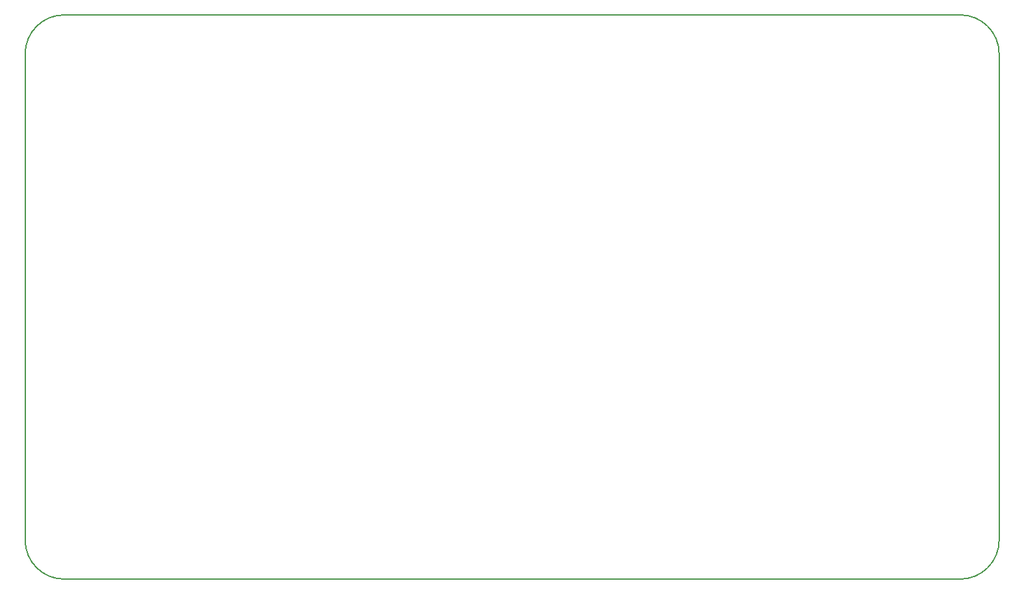
<source format=gm1>
%TF.GenerationSoftware,KiCad,Pcbnew,(5.0.0)*%
%TF.CreationDate,2018-10-23T17:22:46+02:00*%
%TF.ProjectId,S80 Clock Power Reset,53383020436C6F636B20506F77657220,1.0*%
%TF.SameCoordinates,Original*%
%TF.FileFunction,Profile,NP*%
%FSLAX46Y46*%
G04 Gerber Fmt 4.6, Leading zero omitted, Abs format (unit mm)*
G04 Created by KiCad (PCBNEW (5.0.0)) date 10/23/18 17:22:46*
%MOMM*%
%LPD*%
G01*
G04 APERTURE LIST*
%ADD10C,0.200000*%
G04 APERTURE END LIST*
D10*
X213360000Y-135890000D02*
X213360000Y-72390000D01*
X91440000Y-140970000D02*
X208280000Y-140970000D01*
X86360000Y-72390000D02*
X86360000Y-135890000D01*
X208280000Y-67310000D02*
X91440000Y-67310000D01*
X208280000Y-67310000D02*
G75*
G02X213360000Y-72390000I0J-5080000D01*
G01*
X213360000Y-135890000D02*
G75*
G02X208280000Y-140970000I-5080000J0D01*
G01*
X91440000Y-140970000D02*
G75*
G02X86360000Y-135890000I0J5080000D01*
G01*
X86360000Y-72390000D02*
G75*
G02X91440000Y-67310000I5080000J0D01*
G01*
M02*

</source>
